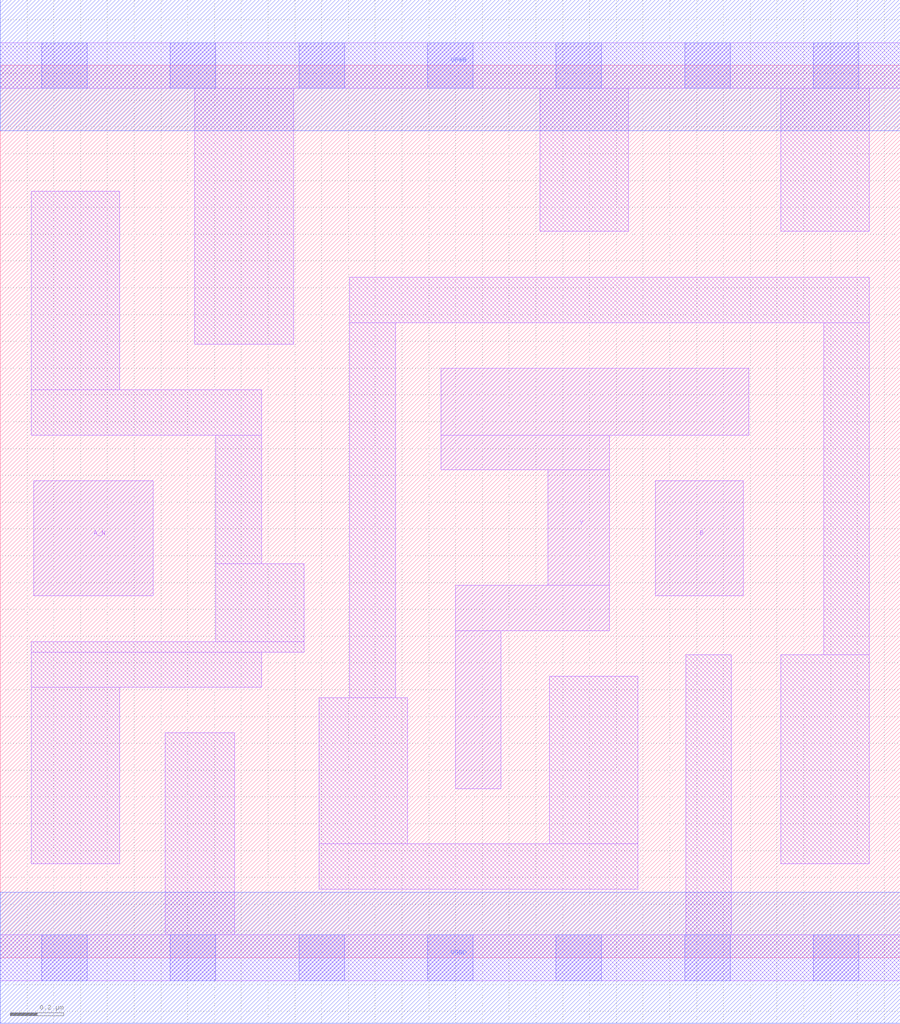
<source format=lef>
# Copyright 2020 The SkyWater PDK Authors
#
# Licensed under the Apache License, Version 2.0 (the "License");
# you may not use this file except in compliance with the License.
# You may obtain a copy of the License at
#
#     https://www.apache.org/licenses/LICENSE-2.0
#
# Unless required by applicable law or agreed to in writing, software
# distributed under the License is distributed on an "AS IS" BASIS,
# WITHOUT WARRANTIES OR CONDITIONS OF ANY KIND, either express or implied.
# See the License for the specific language governing permissions and
# limitations under the License.
#
# SPDX-License-Identifier: Apache-2.0

VERSION 5.5 ;
NAMESCASESENSITIVE ON ;
BUSBITCHARS "[]" ;
DIVIDERCHAR "/" ;
MACRO sky130_fd_sc_ls__nand2b_2
  CLASS CORE ;
  SOURCE USER ;
  ORIGIN  0.000000  0.000000 ;
  SIZE  3.360000 BY  3.330000 ;
  SYMMETRY X Y ;
  SITE unit ;
  PIN A_N
    ANTENNAGATEAREA  0.246000 ;
    DIRECTION INPUT ;
    USE SIGNAL ;
    PORT
      LAYER li1 ;
        RECT 0.125000 1.350000 0.570000 1.780000 ;
    END
  END A_N
  PIN B
    ANTENNAGATEAREA  0.558000 ;
    DIRECTION INPUT ;
    USE SIGNAL ;
    PORT
      LAYER li1 ;
        RECT 2.445000 1.350000 2.775000 1.780000 ;
    END
  END B
  PIN Y
    ANTENNADIFFAREA  0.879200 ;
    DIRECTION OUTPUT ;
    USE SIGNAL ;
    PORT
      LAYER li1 ;
        RECT 1.645000 1.820000 2.275000 1.950000 ;
        RECT 1.645000 1.950000 2.795000 2.200000 ;
        RECT 1.700000 0.630000 1.870000 1.220000 ;
        RECT 1.700000 1.220000 2.275000 1.390000 ;
        RECT 2.045000 1.390000 2.275000 1.820000 ;
    END
  END Y
  PIN VGND
    DIRECTION INOUT ;
    SHAPE ABUTMENT ;
    USE GROUND ;
    PORT
      LAYER met1 ;
        RECT 0.000000 -0.245000 3.360000 0.245000 ;
    END
  END VGND
  PIN VPWR
    DIRECTION INOUT ;
    SHAPE ABUTMENT ;
    USE POWER ;
    PORT
      LAYER met1 ;
        RECT 0.000000 3.085000 3.360000 3.575000 ;
    END
  END VPWR
  OBS
    LAYER li1 ;
      RECT 0.000000 -0.085000 3.360000 0.085000 ;
      RECT 0.000000  3.245000 3.360000 3.415000 ;
      RECT 0.115000  0.350000 0.445000 1.010000 ;
      RECT 0.115000  1.010000 0.975000 1.140000 ;
      RECT 0.115000  1.140000 1.135000 1.180000 ;
      RECT 0.115000  1.950000 0.975000 2.120000 ;
      RECT 0.115000  2.120000 0.445000 2.860000 ;
      RECT 0.615000  0.085000 0.875000 0.840000 ;
      RECT 0.725000  2.290000 1.095000 3.245000 ;
      RECT 0.805000  1.180000 1.135000 1.470000 ;
      RECT 0.805000  1.470000 0.975000 1.950000 ;
      RECT 1.190000  0.255000 2.380000 0.425000 ;
      RECT 1.190000  0.425000 1.520000 0.970000 ;
      RECT 1.305000  0.970000 1.475000 2.370000 ;
      RECT 1.305000  2.370000 3.245000 2.540000 ;
      RECT 2.015000  2.710000 2.345000 3.245000 ;
      RECT 2.050000  0.425000 2.380000 1.050000 ;
      RECT 2.560000  0.085000 2.730000 1.130000 ;
      RECT 2.915000  0.350000 3.245000 1.130000 ;
      RECT 2.915000  2.710000 3.245000 3.245000 ;
      RECT 3.075000  1.130000 3.245000 2.370000 ;
    LAYER mcon ;
      RECT 0.155000 -0.085000 0.325000 0.085000 ;
      RECT 0.155000  3.245000 0.325000 3.415000 ;
      RECT 0.635000 -0.085000 0.805000 0.085000 ;
      RECT 0.635000  3.245000 0.805000 3.415000 ;
      RECT 1.115000 -0.085000 1.285000 0.085000 ;
      RECT 1.115000  3.245000 1.285000 3.415000 ;
      RECT 1.595000 -0.085000 1.765000 0.085000 ;
      RECT 1.595000  3.245000 1.765000 3.415000 ;
      RECT 2.075000 -0.085000 2.245000 0.085000 ;
      RECT 2.075000  3.245000 2.245000 3.415000 ;
      RECT 2.555000 -0.085000 2.725000 0.085000 ;
      RECT 2.555000  3.245000 2.725000 3.415000 ;
      RECT 3.035000 -0.085000 3.205000 0.085000 ;
      RECT 3.035000  3.245000 3.205000 3.415000 ;
  END
END sky130_fd_sc_ls__nand2b_2

</source>
